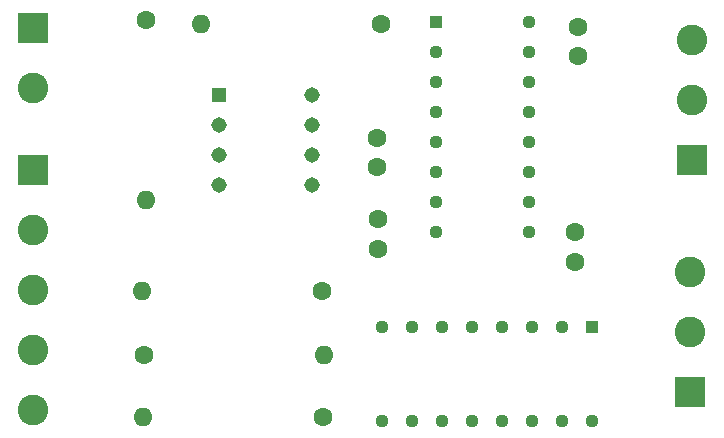
<source format=gbr>
%TF.GenerationSoftware,KiCad,Pcbnew,(5.1.10)-1*%
%TF.CreationDate,2023-03-23T11:32:48+01:00*%
%TF.ProjectId,PCB_BATO,5043425f-4241-4544-9f2e-6b696361645f,rev?*%
%TF.SameCoordinates,Original*%
%TF.FileFunction,Soldermask,Bot*%
%TF.FilePolarity,Negative*%
%FSLAX46Y46*%
G04 Gerber Fmt 4.6, Leading zero omitted, Abs format (unit mm)*
G04 Created by KiCad (PCBNEW (5.1.10)-1) date 2023-03-23 11:32:48*
%MOMM*%
%LPD*%
G01*
G04 APERTURE LIST*
%ADD10C,2.600000*%
%ADD11R,2.600000X2.600000*%
%ADD12C,1.308000*%
%ADD13R,1.308000X1.308000*%
%ADD14C,1.600000*%
%ADD15C,1.130000*%
%ADD16R,1.130000X1.130000*%
%ADD17O,1.600000X1.600000*%
G04 APERTURE END LIST*
D10*
%TO.C,J2*%
X156800000Y-63540000D03*
X156800000Y-68620000D03*
D11*
X156800000Y-73700000D03*
%TD*%
D12*
%TO.C,U1*%
X124735000Y-51130000D03*
X124735000Y-53670000D03*
X124735000Y-48590000D03*
X124735000Y-56210000D03*
D13*
X116865000Y-48590000D03*
D12*
X116865000Y-56210000D03*
X116865000Y-51130000D03*
X116865000Y-53670000D03*
%TD*%
D14*
%TO.C,C4*%
X147300000Y-45300000D03*
X147300000Y-42800000D03*
%TD*%
%TO.C,C3*%
X147000000Y-60200000D03*
X147000000Y-62700000D03*
%TD*%
%TO.C,C2*%
X130300000Y-54700000D03*
X130300000Y-52200000D03*
%TD*%
D15*
%TO.C,U3*%
X148490000Y-76170000D03*
X145950000Y-76170000D03*
X143410000Y-76170000D03*
X140870000Y-76170000D03*
X138330000Y-76170000D03*
X135790000Y-76170000D03*
X133250000Y-76170000D03*
X130710000Y-76170000D03*
X130710000Y-68230000D03*
X133250000Y-68230000D03*
X135790000Y-68230000D03*
X138330000Y-68230000D03*
X140870000Y-68230000D03*
X143410000Y-68230000D03*
X145950000Y-68230000D03*
D16*
X148490000Y-68230000D03*
%TD*%
D15*
%TO.C,U2*%
X143170000Y-42410000D03*
X143170000Y-44950000D03*
X143170000Y-47490000D03*
X143170000Y-50030000D03*
X143170000Y-52570000D03*
X143170000Y-55110000D03*
X143170000Y-57650000D03*
X143170000Y-60190000D03*
X135230000Y-60190000D03*
X135230000Y-57650000D03*
X135230000Y-55110000D03*
X135230000Y-52570000D03*
X135230000Y-50030000D03*
X135230000Y-47490000D03*
X135230000Y-44950000D03*
D16*
X135230000Y-42410000D03*
%TD*%
D17*
%TO.C,R5*%
X115360000Y-42600000D03*
D14*
X130600000Y-42600000D03*
%TD*%
D17*
%TO.C,R4*%
X110700000Y-57440000D03*
D14*
X110700000Y-42200000D03*
%TD*%
D17*
%TO.C,R3*%
X110360000Y-65200000D03*
D14*
X125600000Y-65200000D03*
%TD*%
D17*
%TO.C,R2*%
X110460000Y-75800000D03*
D14*
X125700000Y-75800000D03*
%TD*%
D17*
%TO.C,R1*%
X125740000Y-70600000D03*
D14*
X110500000Y-70600000D03*
%TD*%
%TO.C,C1*%
X130350000Y-59100000D03*
X130350000Y-61600000D03*
%TD*%
D11*
%TO.C,J3*%
X101100000Y-54900000D03*
D10*
X101100000Y-59980000D03*
X101100000Y-65060000D03*
X101100000Y-70140000D03*
X101100000Y-75220000D03*
%TD*%
D11*
%TO.C,J4*%
X101100000Y-42900000D03*
D10*
X101100000Y-47980000D03*
%TD*%
D11*
%TO.C,J1*%
X156900000Y-54100000D03*
D10*
X156900000Y-49020000D03*
X156900000Y-43940000D03*
%TD*%
M02*

</source>
